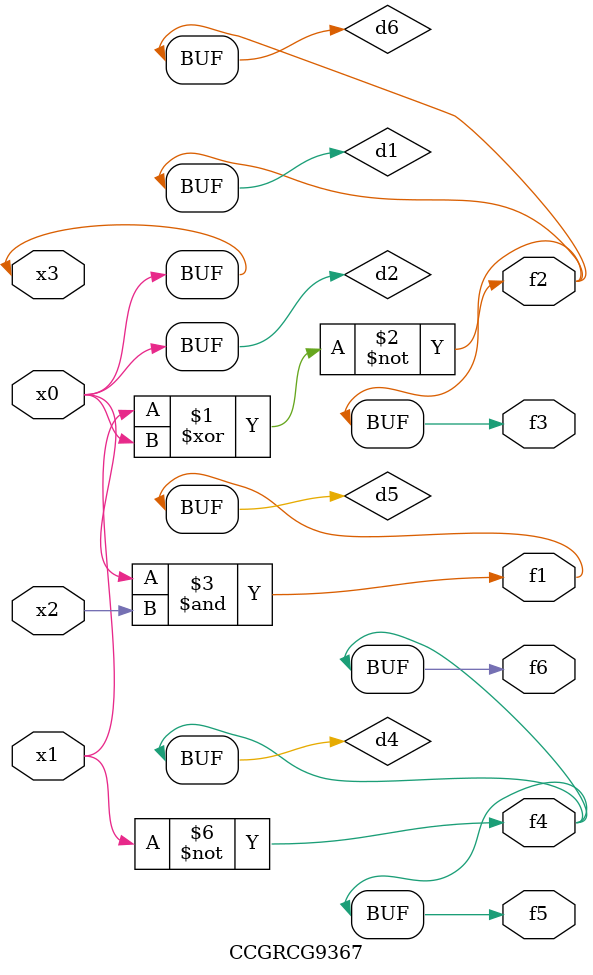
<source format=v>
module CCGRCG9367(
	input x0, x1, x2, x3,
	output f1, f2, f3, f4, f5, f6
);

	wire d1, d2, d3, d4, d5, d6;

	xnor (d1, x1, x3);
	buf (d2, x0, x3);
	nand (d3, x0, x2);
	not (d4, x1);
	nand (d5, d3);
	or (d6, d1);
	assign f1 = d5;
	assign f2 = d6;
	assign f3 = d6;
	assign f4 = d4;
	assign f5 = d4;
	assign f6 = d4;
endmodule

</source>
